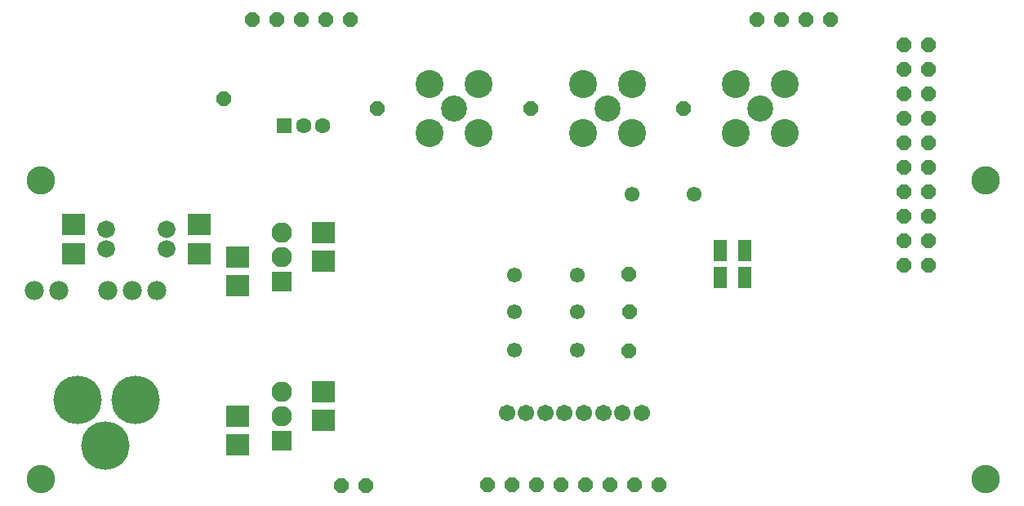
<source format=gbr>
G04 DipTrace 3.1.0.1*
G04 BottomMask.gbr*
%MOIN*%
G04 #@! TF.FileFunction,Soldermask,Bot*
G04 #@! TF.Part,Single*
%AMOUTLINE0*5,1,8,0,0,0.064944,-67.499833*%
%AMOUTLINE2*5,1,4,0,0,0.089262,-135.0*%
%ADD35C,0.116*%
%ADD46R,0.094614X0.08674*%
%ADD48C,0.072*%
%ADD50C,0.082803*%
%ADD52R,0.082803X0.082803*%
%ADD54C,0.067055*%
%ADD56C,0.198*%
%ADD60R,0.055244X0.08674*%
%ADD62C,0.06115*%
%ADD64C,0.078*%
%ADD66C,0.063118*%
%ADD68C,0.106425*%
%ADD70C,0.114299*%
%ADD81OUTLINE0*%
%ADD83OUTLINE2*%
%FSLAX26Y26*%
G04*
G70*
G90*
G75*
G01*
G04 BotMask*
%LPD*%
D81*
X4194000Y2297937D3*
X4094000D3*
X4194000Y2197937D3*
X4094000D3*
X4194000Y2097937D3*
X4094000D3*
X4194000Y1997937D3*
X4094000D3*
X4194000Y1897937D3*
X4094000D3*
X4194000Y1797937D3*
X4094000D3*
X4194000Y1697937D3*
X4094000D3*
X4194000Y1597937D3*
X4094000D3*
X4194000Y1497937D3*
X4094000D3*
X4194000Y1397937D3*
X4094000D3*
X1316688Y2075251D3*
X1433764Y2398724D3*
X1533764D3*
X1633764D3*
X1733764D3*
X1833764D3*
X3493213D3*
X3593213D3*
X3693213D3*
X3793213D3*
X2393213Y498724D3*
X2493213D3*
X2593213D3*
X2693213D3*
X2793213D3*
X2893213D3*
X2993213D3*
X3093213D3*
D70*
X3406500Y1935437D3*
X3606500D3*
Y2135437D3*
X3406500D3*
D68*
X3506500Y2035437D3*
D70*
X2781500Y1935437D3*
X2981500D3*
Y2135437D3*
X2781500D3*
D68*
X2881500Y2035437D3*
D70*
X2156500Y1935437D3*
X2356500D3*
Y2135437D3*
X2156500D3*
D68*
X2256500Y2035437D3*
D83*
X1562749Y1966686D3*
D66*
X1641490D3*
X1720230D3*
D64*
X541688Y1294000D3*
D81*
X2569000Y2035437D3*
X1944000D3*
D62*
X2981500Y1685437D3*
X3237406D3*
D60*
X3344000Y1347937D3*
Y1458173D3*
X3444000D3*
Y1347937D3*
D81*
X3194000Y2035437D3*
X2969000Y1360437D3*
X2972937Y1206500D3*
X2969000Y1047937D3*
D35*
X569000Y522937D3*
Y1743407D3*
D56*
X831500Y660437D3*
X956500Y847937D3*
X719000D3*
D81*
X1796937Y495000D3*
X1896937D3*
D35*
X4427270Y522937D3*
X4427000Y1743407D3*
D54*
X2471769Y794000D3*
X2550509D3*
X2629249D3*
X2707990D3*
X2786730D3*
X2865470D3*
X2944210D3*
X3022950D3*
D64*
X641688Y1294000D3*
X841688D3*
X941688D3*
X1041686D3*
D62*
X2504186Y1356500D3*
X2760092D3*
X2504186Y1206500D3*
X2760092D3*
X2504186Y1050249D3*
X2760092D3*
D52*
X1554188Y681500D3*
D50*
Y781500D3*
Y881500D3*
D52*
Y1331500D3*
D50*
Y1431500D3*
Y1531500D3*
D48*
X1081697Y1462751D3*
Y1541751D3*
X837946Y1462751D3*
Y1541751D3*
D46*
X1216686Y1562749D3*
Y1444639D3*
X704186Y1444000D3*
Y1562110D3*
X1372938Y1312751D3*
Y1430861D3*
Y662749D3*
Y780860D3*
X1722937Y762749D3*
Y880860D3*
Y1531500D3*
Y1413390D3*
M02*

</source>
